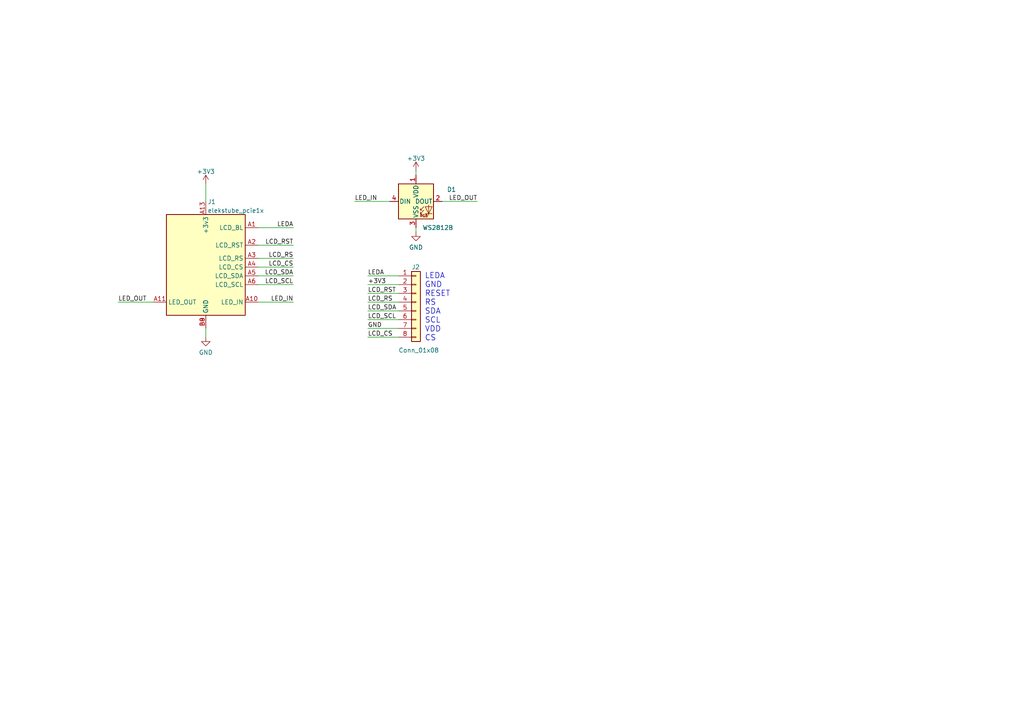
<source format=kicad_sch>
(kicad_sch (version 20211123) (generator eeschema)
  (paper "A4")
  (lib_symbols
    (symbol "Connector_Generic:Conn_01x08" (pin_names (offset 1.016) hide)
      (property "Reference" "J" (at 0 10.16 0))
      (property "Value" "Conn_01x08" (at 0 -12.7 0))
      (symbol "Conn_01x08_1_1"
        (rectangle (start -1.27 -10.033) (end 0 -10.287) (stroke (width 0.1524)))
        (rectangle (start -1.27 -7.493) (end 0 -7.747) (stroke (width 0.1524)))
        (rectangle (start -1.27 -4.953) (end 0 -5.207) (stroke (width 0.1524)))
        (rectangle (start -1.27 -2.413) (end 0 -2.667) (stroke (width 0.1524)))
        (rectangle (start -1.27 0.127) (end 0 -0.127) (stroke (width 0.1524)))
        (rectangle (start -1.27 2.667) (end 0 2.413) (stroke (width 0.1524)))
        (rectangle (start -1.27 5.207) (end 0 4.953) (stroke (width 0.1524)))
        (rectangle (start -1.27 7.747) (end 0 7.493) (stroke (width 0.1524)))
        (rectangle (start -1.27 8.89) (end 1.27 -11.43) (stroke (width 0.254)) (fill (type background)))
        (pin passive line (at -5.08 7.62 0) (length 3.81) (name "Pin_1") (number "1"))
        (pin passive line (at -5.08 5.08 0) (length 3.81) (name "Pin_2") (number "2"))
        (pin passive line (at -5.08 2.54 0) (length 3.81) (name "Pin_3") (number "3"))
        (pin passive line (at -5.08 0 0) (length 3.81) (name "Pin_4") (number "4"))
        (pin passive line (at -5.08 -2.54 0) (length 3.81) (name "Pin_5") (number "5"))
        (pin passive line (at -5.08 -5.08 0) (length 3.81) (name "Pin_6") (number "6"))
        (pin passive line (at -5.08 -7.62 0) (length 3.81) (name "Pin_7") (number "7"))
        (pin passive line (at -5.08 -10.16 0) (length 3.81) (name "Pin_8") (number "8"))
      )
    )
    (symbol "Interface:elekstube_pcie1x"
      (property "Reference" "J" (at -8.89 22.86 0))
      (property "Value" "elekstube_pcie1x" (at 12.7 22.86 0))
      (symbol "elekstube_pcie1x_0_1"
        (rectangle (start -11.43 21.59) (end 11.43 -7.62) (stroke (width 0.254)) (fill (type background)))
      )
      (symbol "elekstube_pcie1x_1_1"
        (pin input line (at -15.24 17.78 0) (length 3.81) (name "LCD_BL") (number "A1"))
        (pin input line (at -15.24 -3.81 0) (length 3.81) (name "LED_IN") (number "A10"))
        (pin output line (at 15.24 -3.81 180) (length 3.81) (name "LED_OUT") (number "A11"))
        (pin power_in line (at 0 25.4 270) (length 3.81) hide (name "+3v3") (number "A12"))
        (pin power_in line (at 0 25.4 270) (length 3.81) (name "+3v3") (number "A13"))
        (pin power_in line (at 0 25.4 270) (length 3.81) hide (name "+3v3") (number "A14"))
        (pin no_connect line (at 15.24 16.51 180) (length 3.81) hide (name "nc") (number "A15"))
        (pin power_in line (at 0 -11.43 90) (length 3.81) hide (name "GND") (number "A16"))
        (pin power_in line (at 0 -11.43 90) (length 3.81) hide (name "GND") (number "A17"))
        (pin power_in line (at 0 -11.43 90) (length 3.81) hide (name "GND") (number "A18"))
        (pin input line (at -15.24 12.7 0) (length 3.81) (name "LCD_RST") (number "A2"))
        (pin input line (at -15.24 8.89 0) (length 3.81) (name "LCD_RS") (number "A3"))
        (pin power_in line (at -15.24 6.35 0) (length 3.81) (name "LCD_CS") (number "A4"))
        (pin bidirectional line (at -15.24 3.81 0) (length 3.81) (name "LCD_SDA") (number "A5"))
        (pin input line (at -15.24 1.27 0) (length 3.81) (name "LCD_SCL") (number "A6"))
        (pin power_in line (at 0 -11.43 90) (length 3.81) hide (name "GND") (number "A7"))
        (pin power_in line (at 0 -11.43 90) (length 3.81) hide (name "GND") (number "A8"))
        (pin power_in line (at 0 -11.43 90) (length 3.81) hide (name "GND") (number "A9"))
        (pin input line (at -15.24 17.78 0) (length 3.81) hide (name "LCD_BL") (number "B1"))
        (pin input line (at -15.24 -3.81 0) (length 3.81) hide (name "LED_IN") (number "B10"))
        (pin output line (at 15.24 -3.81 180) (length 3.81) hide (name "LED_OUT") (number "B11"))
        (pin power_in line (at 0 25.4 270) (length 3.81) hide (name "+3v3") (number "B12"))
        (pin power_in line (at 0 25.4 270) (length 3.81) hide (name "+3v3") (number "B13"))
        (pin power_in line (at 0 25.4 270) (length 3.81) hide (name "+3v3") (number "B14"))
        (pin no_connect line (at 15.24 16.51 180) (length 3.81) hide (name "nc") (number "B15"))
        (pin power_in line (at 0 -11.43 90) (length 3.81) hide (name "GND") (number "B16"))
        (pin power_in line (at 0 -11.43 90) (length 3.81) hide (name "GND") (number "B17"))
        (pin power_in line (at 0 -11.43 90) (length 3.81) hide (name "GND") (number "B18"))
        (pin input line (at -15.24 12.7 0) (length 3.81) hide (name "LCD_RST") (number "B2"))
        (pin input line (at -15.24 8.89 0) (length 3.81) hide (name "LCD_RS") (number "B3"))
        (pin power_in line (at -15.24 6.35 0) (length 3.81) hide (name "LCD_CS") (number "B4"))
        (pin bidirectional line (at -15.24 3.81 0) (length 3.81) hide (name "LCD_SDA") (number "B5"))
        (pin input line (at -15.24 1.27 0) (length 3.81) hide (name "LCD_SCL") (number "B6"))
        (pin power_in line (at 0 -11.43 90) (length 3.81) hide (name "GND") (number "B7"))
        (pin power_in line (at 0 -11.43 90) (length 3.81) (name "GND") (number "B8"))
        (pin power_in line (at 0 -11.43 90) (length 3.81) (name "GND") (number "B9"))
      )
    )
    (symbol "LED:WS2812B" (pin_names (offset 0.254))
      (property "Reference" "D" (at 5.08 5.715 0))
      (property "Value" "WS2812B" (at 1.27 -5.715 0))
      (symbol "WS2812B_0_0"
        (text "RGB" (at 2.286 -4.191 0) (effects (font (size 0.762 0.762))))
      )
      (symbol "WS2812B_0_1"
        (polyline (pts (xy 1.27 -3.556) (xy 1.778 -3.556)))
        (polyline (pts (xy 1.27 -2.54) (xy 1.778 -2.54)))
        (polyline (pts (xy 4.699 -3.556) (xy 2.667 -3.556)))
        (polyline (pts (xy 2.286 -2.54) (xy 1.27 -3.556) (xy 1.27 -3.048)))
        (polyline (pts (xy 2.286 -1.524) (xy 1.27 -2.54) (xy 1.27 -2.032)))
        (polyline (pts (xy 3.683 -1.016) (xy 3.683 -3.556) (xy 3.683 -4.064)))
        (polyline (pts (xy 4.699 -1.524) (xy 2.667 -1.524) (xy 3.683 -3.556) (xy 4.699 -1.524)))
        (rectangle (start 5.08 5.08) (end -5.08 -5.08) (stroke (width 0.254)) (fill (type background)))
      )
      (symbol "WS2812B_1_1"
        (pin power_in line (at 0 7.62 270) (length 2.54) (name "VDD") (number "1"))
        (pin output line (at 7.62 0 180) (length 2.54) (name "DOUT") (number "2"))
        (pin power_in line (at 0 -7.62 90) (length 2.54) (name "VSS") (number "3"))
        (pin input line (at -7.62 0 0) (length 2.54) (name "DIN") (number "4"))
      )
    )
    (symbol "power:+3V3" (power) (pin_names (offset 0))
      (property "Value" "+3V3" (at 0 3.556 0))
      (symbol "+3V3_0_1"
        (polyline (pts (xy -0.762 1.27) (xy 0 2.54)))
        (polyline (pts (xy 0 0) (xy 0 2.54)))
        (polyline (pts (xy 0 2.54) (xy 0.762 1.27)))
      )
      (symbol "+3V3_1_1"
        (pin power_in line (at 0 0 90) (length 0) hide (name "+3V3") (number "1"))
      )
    )
    (symbol "power:GND" (power) (pin_names (offset 0))
      (property "Value" "GND" (at 0 -3.81 0))
      (symbol "GND_0_1"
        (polyline (pts (xy 0 0) (xy 0 -1.27) (xy 1.27 -1.27) (xy 0 -2.54) (xy -1.27 -1.27) (xy 0 -1.27)))
      )
      (symbol "GND_1_1"
        (pin power_in line (at 0 0 270) (length 0) hide (name "GND") (number "1"))
      )
    )
  )
  (wire (pts (xy 106.68 97.79) (xy 115.57 97.79)))
  (wire (pts (xy 106.68 80.01) (xy 115.57 80.01)))
  (wire (pts (xy 102.87 58.42) (xy 113.03 58.42)))
  (wire (pts (xy 128.27 58.42) (xy 138.43 58.42)))
  (wire (pts (xy 120.65 49.53) (xy 120.65 50.8)))
  (wire (pts (xy 106.68 90.17) (xy 115.57 90.17)))
  (wire (pts (xy 74.93 74.93) (xy 85.09 74.93)))
  (wire (pts (xy 74.93 82.55) (xy 85.09 82.55)))
  (wire (pts (xy 120.65 66.04) (xy 120.65 67.31)))
  (wire (pts (xy 106.68 92.71) (xy 115.57 92.71)))
  (wire (pts (xy 74.93 66.04) (xy 85.09 66.04)))
  (wire (pts (xy 106.68 82.55) (xy 115.57 82.55)))
  (wire (pts (xy 74.93 71.12) (xy 85.09 71.12)))
  (wire (pts (xy 74.93 77.47) (xy 85.09 77.47)))
  (wire (pts (xy 115.57 87.63) (xy 106.68 87.63)))
  (wire (pts (xy 34.29 87.63) (xy 44.45 87.63)))
  (wire (pts (xy 59.69 53.34) (xy 59.69 58.42)))
  (wire (pts (xy 74.93 80.01) (xy 85.09 80.01)))
  (wire (pts (xy 106.68 85.09) (xy 115.57 85.09)))
  (wire (pts (xy 74.93 87.63) (xy 85.09 87.63)))
  (wire (pts (xy 106.68 95.25) (xy 115.57 95.25)))
  (wire (pts (xy 59.69 95.25) (xy 59.69 97.79)))
  (text "LEDA\nGND\nRESET\nRS\nSDA\nSCL\nVDD\nCS" (at 123.19 99.06 0) (effects (font (size 1.6 1.6)) (justify left bottom)))
  (label "LCD_SDA" (at 106.68 90.17 0))
  (label "LCD_SCL" (at 106.68 92.71 0))
  (label "LED_IN" (at 85.09 87.63 180))
  (label "LCD_CS" (at 85.09 77.47 180))
  (label "LEDA" (at 85.09 66.04 180))
  (label "LEDA" (at 106.68 80.01 0))
  (label "LED_OUT" (at 34.29 87.63 0))
  (label "LCD_RST" (at 85.09 71.12 180))
  (label "LCD_RS" (at 85.09 74.93 180))
  (label "LED_OUT" (at 138.43 58.42 180))
  (label "LCD_SDA" (at 85.09 80.01 180))
  (label "LCD_CS" (at 106.68 97.79 0))
  (label "LCD_RS" (at 106.68 87.63 0))
  (label "GND" (at 106.68 95.25 0))
  (label "LCD_SCL" (at 85.09 82.55 180))
  (label "LED_IN" (at 102.87 58.42 0))
  (label "LCD_RST" (at 106.68 85.09 0))
  (label "+3V3" (at 106.68 82.55 0))
  (symbol (lib_id "power:GND") (at 59.69 97.79 0) (unit 1)
    (property "Reference" "#PWR02" (effects hide))
    (property "Value" "GND" (at 59.69 102.2334 0))
  )
  (symbol (lib_id "power:GND") (at 120.65 67.31 0) (unit 1)
    (property "Reference" "#PWR04" (effects hide))
    (property "Value" "GND" (at 120.65 71.7534 0))
  )
  (symbol (lib_id "Connector_Generic:Conn_01x08") (at 120.65 87.63 0) (unit 1)
    (property "Reference" "J2" (at 119.38 77.47 0) (effects (justify left)))
    (property "Value" "Conn_01x08" (at 115.57 101.6 0) (effects (justify left)))
    (property "Footprint" "Display:1.14in LCD 12c" (effects hide))
  )
  (symbol (lib_id "power:+3V3") (at 120.65 49.53 0) (unit 1)
    (property "Reference" "#PWR03" (effects hide))
    (property "Value" "+3V3" (at 120.65 45.9542 0))
  )
  (symbol (lib_id "power:+3V3") (at 59.69 53.34 0) (unit 1)
    (property "Reference" "#PWR01" (effects hide))
    (property "Value" "+3V3" (at 59.69 49.7642 0))
  )
  (symbol (lib_id "LED:WS2812B") (at 120.65 58.42 0) (unit 1)
    (property "Reference" "D1" (at 130.9559 54.9616 0))
    (property "Value" "WS2812B" (at 127 66.04 0))
    (property "Footprint" "LED_SMD:LED_WS2812B_PLCC4_5.0x5.0mm_P3.2mm" (effects hide))
    (property "Datasheet" "https://cdn-shop.adafruit.com/datasheets/WS2812B.pdf" (effects hide))
  )
  (symbol (lib_id "Interface:elekstube_pcie1x") (at 59.69 83.82 0) (mirror y) (unit 1)
    (property "Reference" "J1" (at 60.2106 58.5302 0) (effects (justify right)))
    (property "Value" "elekstube_pcie1x" (at 60.2106 61.0671 0) (effects (justify right)))
    (property "Footprint" "Connector_PCBEdge:BUS_PCIexpress_x1" (effects hide))
  )
)
</source>
